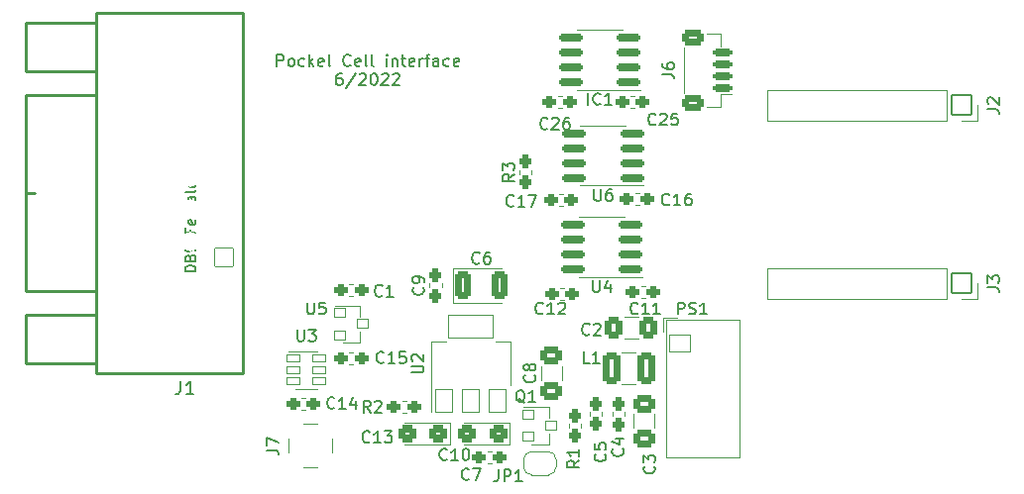
<source format=gbr>
%TF.GenerationSoftware,KiCad,Pcbnew,(6.0.4-0)*%
%TF.CreationDate,2022-06-27T11:15:03-06:00*%
%TF.ProjectId,DAC_pockel,4441435f-706f-4636-9b65-6c2e6b696361,rev?*%
%TF.SameCoordinates,Original*%
%TF.FileFunction,Legend,Top*%
%TF.FilePolarity,Positive*%
%FSLAX46Y46*%
G04 Gerber Fmt 4.6, Leading zero omitted, Abs format (unit mm)*
G04 Created by KiCad (PCBNEW (6.0.4-0)) date 2022-06-27 11:15:03*
%MOMM*%
%LPD*%
G01*
G04 APERTURE LIST*
G04 Aperture macros list*
%AMRoundRect*
0 Rectangle with rounded corners*
0 $1 Rounding radius*
0 $2 $3 $4 $5 $6 $7 $8 $9 X,Y pos of 4 corners*
0 Add a 4 corners polygon primitive as box body*
4,1,4,$2,$3,$4,$5,$6,$7,$8,$9,$2,$3,0*
0 Add four circle primitives for the rounded corners*
1,1,$1+$1,$2,$3*
1,1,$1+$1,$4,$5*
1,1,$1+$1,$6,$7*
1,1,$1+$1,$8,$9*
0 Add four rect primitives between the rounded corners*
20,1,$1+$1,$2,$3,$4,$5,0*
20,1,$1+$1,$4,$5,$6,$7,0*
20,1,$1+$1,$6,$7,$8,$9,0*
20,1,$1+$1,$8,$9,$2,$3,0*%
%AMFreePoly0*
4,1,37,0.012349,0.795885,0.074216,0.795507,0.088518,0.793370,0.224339,0.752751,0.237465,0.746685,0.356427,0.669578,0.367324,0.660073,0.459862,0.552676,0.467652,0.540494,0.526329,0.411442,0.530388,0.397563,0.550485,0.257230,0.551000,0.250000,0.551000,-0.250000,0.550996,-0.250622,0.550847,-0.262838,0.550144,-0.270677,0.526624,-0.410478,0.522228,-0.424254,0.460416,-0.551833,
0.452330,-0.563821,0.357195,-0.668925,0.346069,-0.678161,0.225259,-0.752338,0.211989,-0.758081,0.075216,-0.795370,0.060866,-0.797157,0.011464,-0.796251,0.000000,-0.801000,-0.500000,-0.801000,-0.536062,-0.786062,-0.551000,-0.750000,-0.551000,0.750000,-0.536062,0.786062,-0.500000,0.801000,0.000000,0.801000,0.012349,0.795885,0.012349,0.795885,$1*%
%AMFreePoly1*
4,1,37,0.536062,0.786062,0.551000,0.750000,0.551000,-0.750000,0.536062,-0.786062,0.500000,-0.801000,0.000000,-0.801000,-0.012525,-0.795812,-0.080875,-0.794559,-0.095149,-0.792248,-0.230464,-0.749973,-0.243516,-0.743747,-0.361526,-0.665192,-0.372306,-0.655554,-0.463526,-0.547035,-0.471167,-0.534759,-0.528262,-0.405000,-0.532150,-0.391073,-0.549733,-0.256613,-0.548336,-0.256430,-0.551000,-0.250000,
-0.551000,0.250000,-0.550512,0.251179,-0.550356,0.263956,-0.528545,0.404033,-0.524317,0.417860,-0.464069,0.546185,-0.456130,0.558271,-0.362286,0.664529,-0.351274,0.673901,-0.231379,0.749549,-0.218180,0.755454,-0.081873,0.794411,-0.067546,0.796373,-0.011990,0.796033,0.000000,0.801000,0.500000,0.801000,0.536062,0.786062,0.536062,0.786062,$1*%
G04 Aperture macros list end*
%ADD10C,0.150000*%
%ADD11C,0.152000*%
%ADD12C,0.127000*%
%ADD13C,0.254000*%
%ADD14C,0.120000*%
%ADD15C,5.102000*%
%ADD16C,1.677000*%
%ADD17RoundRect,0.051000X-0.787500X0.787500X-0.787500X-0.787500X0.787500X-0.787500X0.787500X0.787500X0*%
%ADD18RoundRect,0.301000X0.650000X-0.350000X0.650000X0.350000X-0.650000X0.350000X-0.650000X-0.350000X0*%
%ADD19RoundRect,0.201000X0.625000X-0.150000X0.625000X0.150000X-0.625000X0.150000X-0.625000X-0.150000X0*%
%ADD20RoundRect,0.288500X0.237500X-0.287500X0.237500X0.287500X-0.237500X0.287500X-0.237500X-0.287500X0*%
%ADD21RoundRect,0.288500X-0.287500X-0.237500X0.287500X-0.237500X0.287500X0.237500X-0.287500X0.237500X0*%
%ADD22RoundRect,0.201000X0.825000X0.150000X-0.825000X0.150000X-0.825000X-0.150000X0.825000X-0.150000X0*%
%ADD23O,1.802000X1.802000*%
%ADD24RoundRect,0.051000X-0.850000X0.850000X-0.850000X-0.850000X0.850000X-0.850000X0.850000X0.850000X0*%
%ADD25RoundRect,0.051000X-0.450000X-0.400000X0.450000X-0.400000X0.450000X0.400000X-0.450000X0.400000X0*%
%ADD26RoundRect,0.051000X-0.530000X-0.325000X0.530000X-0.325000X0.530000X0.325000X-0.530000X0.325000X0*%
%ADD27RoundRect,0.301000X-0.412500X-0.925000X0.412500X-0.925000X0.412500X0.925000X-0.412500X0.925000X0*%
%ADD28RoundRect,0.051000X0.750000X-1.000000X0.750000X1.000000X-0.750000X1.000000X-0.750000X-1.000000X0*%
%ADD29RoundRect,0.051000X1.900000X-1.000000X1.900000X1.000000X-1.900000X1.000000X-1.900000X-1.000000X0*%
%ADD30RoundRect,0.288500X0.287500X0.237500X-0.287500X0.237500X-0.287500X-0.237500X0.287500X-0.237500X0*%
%ADD31RoundRect,0.301000X0.450000X0.425000X-0.450000X0.425000X-0.450000X-0.425000X0.450000X-0.425000X0*%
%ADD32RoundRect,0.301001X0.624999X-0.462499X0.624999X0.462499X-0.624999X0.462499X-0.624999X-0.462499X0*%
%ADD33RoundRect,0.051000X-0.900000X0.700000X-0.900000X-0.700000X0.900000X-0.700000X0.900000X0.700000X0*%
%ADD34O,1.902000X1.502000*%
%ADD35RoundRect,0.301001X0.462499X1.074999X-0.462499X1.074999X-0.462499X-1.074999X0.462499X-1.074999X0*%
%ADD36FreePoly0,180.000000*%
%ADD37FreePoly1,180.000000*%
%ADD38C,1.342000*%
%ADD39RoundRect,0.288500X-0.237500X0.287500X-0.237500X-0.287500X0.237500X-0.287500X0.237500X0.287500X0*%
%ADD40RoundRect,0.301001X-0.462499X-0.624999X0.462499X-0.624999X0.462499X0.624999X-0.462499X0.624999X0*%
G04 APERTURE END LIST*
D10*
X103538095Y-57647380D02*
X103538095Y-56647380D01*
X103919047Y-56647380D01*
X104014285Y-56695000D01*
X104061904Y-56742619D01*
X104109523Y-56837857D01*
X104109523Y-56980714D01*
X104061904Y-57075952D01*
X104014285Y-57123571D01*
X103919047Y-57171190D01*
X103538095Y-57171190D01*
X104680952Y-57647380D02*
X104585714Y-57599761D01*
X104538095Y-57552142D01*
X104490476Y-57456904D01*
X104490476Y-57171190D01*
X104538095Y-57075952D01*
X104585714Y-57028333D01*
X104680952Y-56980714D01*
X104823809Y-56980714D01*
X104919047Y-57028333D01*
X104966666Y-57075952D01*
X105014285Y-57171190D01*
X105014285Y-57456904D01*
X104966666Y-57552142D01*
X104919047Y-57599761D01*
X104823809Y-57647380D01*
X104680952Y-57647380D01*
X105871428Y-57599761D02*
X105776190Y-57647380D01*
X105585714Y-57647380D01*
X105490476Y-57599761D01*
X105442857Y-57552142D01*
X105395238Y-57456904D01*
X105395238Y-57171190D01*
X105442857Y-57075952D01*
X105490476Y-57028333D01*
X105585714Y-56980714D01*
X105776190Y-56980714D01*
X105871428Y-57028333D01*
X106300000Y-57647380D02*
X106300000Y-56647380D01*
X106395238Y-57266428D02*
X106680952Y-57647380D01*
X106680952Y-56980714D02*
X106300000Y-57361666D01*
X107490476Y-57599761D02*
X107395238Y-57647380D01*
X107204761Y-57647380D01*
X107109523Y-57599761D01*
X107061904Y-57504523D01*
X107061904Y-57123571D01*
X107109523Y-57028333D01*
X107204761Y-56980714D01*
X107395238Y-56980714D01*
X107490476Y-57028333D01*
X107538095Y-57123571D01*
X107538095Y-57218809D01*
X107061904Y-57314047D01*
X108109523Y-57647380D02*
X108014285Y-57599761D01*
X107966666Y-57504523D01*
X107966666Y-56647380D01*
X109823809Y-57552142D02*
X109776190Y-57599761D01*
X109633333Y-57647380D01*
X109538095Y-57647380D01*
X109395238Y-57599761D01*
X109300000Y-57504523D01*
X109252380Y-57409285D01*
X109204761Y-57218809D01*
X109204761Y-57075952D01*
X109252380Y-56885476D01*
X109300000Y-56790238D01*
X109395238Y-56695000D01*
X109538095Y-56647380D01*
X109633333Y-56647380D01*
X109776190Y-56695000D01*
X109823809Y-56742619D01*
X110633333Y-57599761D02*
X110538095Y-57647380D01*
X110347619Y-57647380D01*
X110252380Y-57599761D01*
X110204761Y-57504523D01*
X110204761Y-57123571D01*
X110252380Y-57028333D01*
X110347619Y-56980714D01*
X110538095Y-56980714D01*
X110633333Y-57028333D01*
X110680952Y-57123571D01*
X110680952Y-57218809D01*
X110204761Y-57314047D01*
X111252380Y-57647380D02*
X111157142Y-57599761D01*
X111109523Y-57504523D01*
X111109523Y-56647380D01*
X111776190Y-57647380D02*
X111680952Y-57599761D01*
X111633333Y-57504523D01*
X111633333Y-56647380D01*
X112919047Y-57647380D02*
X112919047Y-56980714D01*
X112919047Y-56647380D02*
X112871428Y-56695000D01*
X112919047Y-56742619D01*
X112966666Y-56695000D01*
X112919047Y-56647380D01*
X112919047Y-56742619D01*
X113395238Y-56980714D02*
X113395238Y-57647380D01*
X113395238Y-57075952D02*
X113442857Y-57028333D01*
X113538095Y-56980714D01*
X113680952Y-56980714D01*
X113776190Y-57028333D01*
X113823809Y-57123571D01*
X113823809Y-57647380D01*
X114157142Y-56980714D02*
X114538095Y-56980714D01*
X114300000Y-56647380D02*
X114300000Y-57504523D01*
X114347619Y-57599761D01*
X114442857Y-57647380D01*
X114538095Y-57647380D01*
X115252380Y-57599761D02*
X115157142Y-57647380D01*
X114966666Y-57647380D01*
X114871428Y-57599761D01*
X114823809Y-57504523D01*
X114823809Y-57123571D01*
X114871428Y-57028333D01*
X114966666Y-56980714D01*
X115157142Y-56980714D01*
X115252380Y-57028333D01*
X115300000Y-57123571D01*
X115300000Y-57218809D01*
X114823809Y-57314047D01*
X115728571Y-57647380D02*
X115728571Y-56980714D01*
X115728571Y-57171190D02*
X115776190Y-57075952D01*
X115823809Y-57028333D01*
X115919047Y-56980714D01*
X116014285Y-56980714D01*
X116204761Y-56980714D02*
X116585714Y-56980714D01*
X116347619Y-57647380D02*
X116347619Y-56790238D01*
X116395238Y-56695000D01*
X116490476Y-56647380D01*
X116585714Y-56647380D01*
X117347619Y-57647380D02*
X117347619Y-57123571D01*
X117300000Y-57028333D01*
X117204761Y-56980714D01*
X117014285Y-56980714D01*
X116919047Y-57028333D01*
X117347619Y-57599761D02*
X117252380Y-57647380D01*
X117014285Y-57647380D01*
X116919047Y-57599761D01*
X116871428Y-57504523D01*
X116871428Y-57409285D01*
X116919047Y-57314047D01*
X117014285Y-57266428D01*
X117252380Y-57266428D01*
X117347619Y-57218809D01*
X118252380Y-57599761D02*
X118157142Y-57647380D01*
X117966666Y-57647380D01*
X117871428Y-57599761D01*
X117823809Y-57552142D01*
X117776190Y-57456904D01*
X117776190Y-57171190D01*
X117823809Y-57075952D01*
X117871428Y-57028333D01*
X117966666Y-56980714D01*
X118157142Y-56980714D01*
X118252380Y-57028333D01*
X119061904Y-57599761D02*
X118966666Y-57647380D01*
X118776190Y-57647380D01*
X118680952Y-57599761D01*
X118633333Y-57504523D01*
X118633333Y-57123571D01*
X118680952Y-57028333D01*
X118776190Y-56980714D01*
X118966666Y-56980714D01*
X119061904Y-57028333D01*
X119109523Y-57123571D01*
X119109523Y-57218809D01*
X118633333Y-57314047D01*
X109061904Y-58257380D02*
X108871428Y-58257380D01*
X108776190Y-58305000D01*
X108728571Y-58352619D01*
X108633333Y-58495476D01*
X108585714Y-58685952D01*
X108585714Y-59066904D01*
X108633333Y-59162142D01*
X108680952Y-59209761D01*
X108776190Y-59257380D01*
X108966666Y-59257380D01*
X109061904Y-59209761D01*
X109109523Y-59162142D01*
X109157142Y-59066904D01*
X109157142Y-58828809D01*
X109109523Y-58733571D01*
X109061904Y-58685952D01*
X108966666Y-58638333D01*
X108776190Y-58638333D01*
X108680952Y-58685952D01*
X108633333Y-58733571D01*
X108585714Y-58828809D01*
X110300000Y-58209761D02*
X109442857Y-59495476D01*
X110585714Y-58352619D02*
X110633333Y-58305000D01*
X110728571Y-58257380D01*
X110966666Y-58257380D01*
X111061904Y-58305000D01*
X111109523Y-58352619D01*
X111157142Y-58447857D01*
X111157142Y-58543095D01*
X111109523Y-58685952D01*
X110538095Y-59257380D01*
X111157142Y-59257380D01*
X111776190Y-58257380D02*
X111871428Y-58257380D01*
X111966666Y-58305000D01*
X112014285Y-58352619D01*
X112061904Y-58447857D01*
X112109523Y-58638333D01*
X112109523Y-58876428D01*
X112061904Y-59066904D01*
X112014285Y-59162142D01*
X111966666Y-59209761D01*
X111871428Y-59257380D01*
X111776190Y-59257380D01*
X111680952Y-59209761D01*
X111633333Y-59162142D01*
X111585714Y-59066904D01*
X111538095Y-58876428D01*
X111538095Y-58638333D01*
X111585714Y-58447857D01*
X111633333Y-58352619D01*
X111680952Y-58305000D01*
X111776190Y-58257380D01*
X112490476Y-58352619D02*
X112538095Y-58305000D01*
X112633333Y-58257380D01*
X112871428Y-58257380D01*
X112966666Y-58305000D01*
X113014285Y-58352619D01*
X113061904Y-58447857D01*
X113061904Y-58543095D01*
X113014285Y-58685952D01*
X112442857Y-59257380D01*
X113061904Y-59257380D01*
X113442857Y-58352619D02*
X113490476Y-58305000D01*
X113585714Y-58257380D01*
X113823809Y-58257380D01*
X113919047Y-58305000D01*
X113966666Y-58352619D01*
X114014285Y-58447857D01*
X114014285Y-58543095D01*
X113966666Y-58685952D01*
X113395238Y-59257380D01*
X114014285Y-59257380D01*
D11*
%TO.C,J1*%
X95297514Y-84574071D02*
X95297514Y-85390500D01*
X95243085Y-85553785D01*
X95134228Y-85662642D01*
X94970942Y-85717071D01*
X94862085Y-85717071D01*
X96440514Y-85717071D02*
X95787371Y-85717071D01*
X96113942Y-85717071D02*
X96113942Y-84574071D01*
X96005085Y-84737357D01*
X95896228Y-84846214D01*
X95787371Y-84900642D01*
D12*
X96602166Y-75205783D02*
X95713166Y-75205783D01*
X95713166Y-74994116D01*
X95755500Y-74867116D01*
X95840166Y-74782450D01*
X95924833Y-74740116D01*
X96094166Y-74697783D01*
X96221166Y-74697783D01*
X96390500Y-74740116D01*
X96475166Y-74782450D01*
X96559833Y-74867116D01*
X96602166Y-74994116D01*
X96602166Y-75205783D01*
X96136500Y-74020450D02*
X96178833Y-73893450D01*
X96221166Y-73851116D01*
X96305833Y-73808783D01*
X96432833Y-73808783D01*
X96517500Y-73851116D01*
X96559833Y-73893450D01*
X96602166Y-73978116D01*
X96602166Y-74316783D01*
X95713166Y-74316783D01*
X95713166Y-74020450D01*
X95755500Y-73935783D01*
X95797833Y-73893450D01*
X95882500Y-73851116D01*
X95967166Y-73851116D01*
X96051833Y-73893450D01*
X96094166Y-73935783D01*
X96136500Y-74020450D01*
X96136500Y-74316783D01*
X96602166Y-73385450D02*
X96602166Y-73216116D01*
X96559833Y-73131450D01*
X96517500Y-73089116D01*
X96390500Y-73004450D01*
X96221166Y-72962116D01*
X95882500Y-72962116D01*
X95797833Y-73004450D01*
X95755500Y-73046783D01*
X95713166Y-73131450D01*
X95713166Y-73300783D01*
X95755500Y-73385450D01*
X95797833Y-73427783D01*
X95882500Y-73470116D01*
X96094166Y-73470116D01*
X96178833Y-73427783D01*
X96221166Y-73385450D01*
X96263500Y-73300783D01*
X96263500Y-73131450D01*
X96221166Y-73046783D01*
X96178833Y-73004450D01*
X96094166Y-72962116D01*
X96686833Y-72792783D02*
X96686833Y-72115450D01*
X96136500Y-71607450D02*
X96136500Y-71903783D01*
X96602166Y-71903783D02*
X95713166Y-71903783D01*
X95713166Y-71480450D01*
X96559833Y-70803116D02*
X96602166Y-70887783D01*
X96602166Y-71057116D01*
X96559833Y-71141783D01*
X96475166Y-71184116D01*
X96136500Y-71184116D01*
X96051833Y-71141783D01*
X96009500Y-71057116D01*
X96009500Y-70887783D01*
X96051833Y-70803116D01*
X96136500Y-70760783D01*
X96221166Y-70760783D01*
X96305833Y-71184116D01*
X96602166Y-70379783D02*
X96009500Y-70379783D01*
X96094166Y-70379783D02*
X96051833Y-70337450D01*
X96009500Y-70252783D01*
X96009500Y-70125783D01*
X96051833Y-70041116D01*
X96136500Y-69998783D01*
X96602166Y-69998783D01*
X96136500Y-69998783D02*
X96051833Y-69956450D01*
X96009500Y-69871783D01*
X96009500Y-69744783D01*
X96051833Y-69660116D01*
X96136500Y-69617783D01*
X96602166Y-69617783D01*
X96602166Y-68813450D02*
X96136500Y-68813450D01*
X96051833Y-68855783D01*
X96009500Y-68940450D01*
X96009500Y-69109783D01*
X96051833Y-69194450D01*
X96559833Y-68813450D02*
X96602166Y-68898116D01*
X96602166Y-69109783D01*
X96559833Y-69194450D01*
X96475166Y-69236783D01*
X96390500Y-69236783D01*
X96305833Y-69194450D01*
X96263500Y-69109783D01*
X96263500Y-68898116D01*
X96221166Y-68813450D01*
X96602166Y-68263116D02*
X96559833Y-68347783D01*
X96475166Y-68390116D01*
X95713166Y-68390116D01*
X96559833Y-67585783D02*
X96602166Y-67670450D01*
X96602166Y-67839783D01*
X96559833Y-67924450D01*
X96475166Y-67966783D01*
X96136500Y-67966783D01*
X96051833Y-67924450D01*
X96009500Y-67839783D01*
X96009500Y-67670450D01*
X96051833Y-67585783D01*
X96136500Y-67543450D01*
X96221166Y-67543450D01*
X96305833Y-67966783D01*
D10*
%TO.C,J6*%
X136452380Y-58333333D02*
X137166666Y-58333333D01*
X137309523Y-58380952D01*
X137404761Y-58476190D01*
X137452380Y-58619047D01*
X137452380Y-58714285D01*
X136452380Y-57428571D02*
X136452380Y-57619047D01*
X136500000Y-57714285D01*
X136547619Y-57761904D01*
X136690476Y-57857142D01*
X136880952Y-57904761D01*
X137261904Y-57904761D01*
X137357142Y-57857142D01*
X137404761Y-57809523D01*
X137452380Y-57714285D01*
X137452380Y-57523809D01*
X137404761Y-57428571D01*
X137357142Y-57380952D01*
X137261904Y-57333333D01*
X137023809Y-57333333D01*
X136928571Y-57380952D01*
X136880952Y-57428571D01*
X136833333Y-57523809D01*
X136833333Y-57714285D01*
X136880952Y-57809523D01*
X136928571Y-57857142D01*
X137023809Y-57904761D01*
%TO.C,R3*%
X123822380Y-66866666D02*
X123346190Y-67200000D01*
X123822380Y-67438095D02*
X122822380Y-67438095D01*
X122822380Y-67057142D01*
X122870000Y-66961904D01*
X122917619Y-66914285D01*
X123012857Y-66866666D01*
X123155714Y-66866666D01*
X123250952Y-66914285D01*
X123298571Y-66961904D01*
X123346190Y-67057142D01*
X123346190Y-67438095D01*
X122822380Y-66533333D02*
X122822380Y-65914285D01*
X123203333Y-66247619D01*
X123203333Y-66104761D01*
X123250952Y-66009523D01*
X123298571Y-65961904D01*
X123393809Y-65914285D01*
X123631904Y-65914285D01*
X123727142Y-65961904D01*
X123774761Y-66009523D01*
X123822380Y-66104761D01*
X123822380Y-66390476D01*
X123774761Y-66485714D01*
X123727142Y-66533333D01*
%TO.C,C16*%
X137057142Y-69457142D02*
X137009523Y-69504761D01*
X136866666Y-69552380D01*
X136771428Y-69552380D01*
X136628571Y-69504761D01*
X136533333Y-69409523D01*
X136485714Y-69314285D01*
X136438095Y-69123809D01*
X136438095Y-68980952D01*
X136485714Y-68790476D01*
X136533333Y-68695238D01*
X136628571Y-68600000D01*
X136771428Y-68552380D01*
X136866666Y-68552380D01*
X137009523Y-68600000D01*
X137057142Y-68647619D01*
X138009523Y-69552380D02*
X137438095Y-69552380D01*
X137723809Y-69552380D02*
X137723809Y-68552380D01*
X137628571Y-68695238D01*
X137533333Y-68790476D01*
X137438095Y-68838095D01*
X138866666Y-68552380D02*
X138676190Y-68552380D01*
X138580952Y-68600000D01*
X138533333Y-68647619D01*
X138438095Y-68790476D01*
X138390476Y-68980952D01*
X138390476Y-69361904D01*
X138438095Y-69457142D01*
X138485714Y-69504761D01*
X138580952Y-69552380D01*
X138771428Y-69552380D01*
X138866666Y-69504761D01*
X138914285Y-69457142D01*
X138961904Y-69361904D01*
X138961904Y-69123809D01*
X138914285Y-69028571D01*
X138866666Y-68980952D01*
X138771428Y-68933333D01*
X138580952Y-68933333D01*
X138485714Y-68980952D01*
X138438095Y-69028571D01*
X138390476Y-69123809D01*
%TO.C,U6*%
X130638095Y-68152380D02*
X130638095Y-68961904D01*
X130685714Y-69057142D01*
X130733333Y-69104761D01*
X130828571Y-69152380D01*
X131019047Y-69152380D01*
X131114285Y-69104761D01*
X131161904Y-69057142D01*
X131209523Y-68961904D01*
X131209523Y-68152380D01*
X132114285Y-68152380D02*
X131923809Y-68152380D01*
X131828571Y-68200000D01*
X131780952Y-68247619D01*
X131685714Y-68390476D01*
X131638095Y-68580952D01*
X131638095Y-68961904D01*
X131685714Y-69057142D01*
X131733333Y-69104761D01*
X131828571Y-69152380D01*
X132019047Y-69152380D01*
X132114285Y-69104761D01*
X132161904Y-69057142D01*
X132209523Y-68961904D01*
X132209523Y-68723809D01*
X132161904Y-68628571D01*
X132114285Y-68580952D01*
X132019047Y-68533333D01*
X131828571Y-68533333D01*
X131733333Y-68580952D01*
X131685714Y-68628571D01*
X131638095Y-68723809D01*
%TO.C,J3*%
X164222380Y-76553333D02*
X164936666Y-76553333D01*
X165079523Y-76600952D01*
X165174761Y-76696190D01*
X165222380Y-76839047D01*
X165222380Y-76934285D01*
X164222380Y-76172380D02*
X164222380Y-75553333D01*
X164603333Y-75886666D01*
X164603333Y-75743809D01*
X164650952Y-75648571D01*
X164698571Y-75600952D01*
X164793809Y-75553333D01*
X165031904Y-75553333D01*
X165127142Y-75600952D01*
X165174761Y-75648571D01*
X165222380Y-75743809D01*
X165222380Y-76029523D01*
X165174761Y-76124761D01*
X165127142Y-76172380D01*
%TO.C,J2*%
X164222380Y-61313333D02*
X164936666Y-61313333D01*
X165079523Y-61360952D01*
X165174761Y-61456190D01*
X165222380Y-61599047D01*
X165222380Y-61694285D01*
X164317619Y-60884761D02*
X164270000Y-60837142D01*
X164222380Y-60741904D01*
X164222380Y-60503809D01*
X164270000Y-60408571D01*
X164317619Y-60360952D01*
X164412857Y-60313333D01*
X164508095Y-60313333D01*
X164650952Y-60360952D01*
X165222380Y-60932380D01*
X165222380Y-60313333D01*
%TO.C,IC1*%
X130123809Y-60952380D02*
X130123809Y-59952380D01*
X131171428Y-60857142D02*
X131123809Y-60904761D01*
X130980952Y-60952380D01*
X130885714Y-60952380D01*
X130742857Y-60904761D01*
X130647619Y-60809523D01*
X130600000Y-60714285D01*
X130552380Y-60523809D01*
X130552380Y-60380952D01*
X130600000Y-60190476D01*
X130647619Y-60095238D01*
X130742857Y-60000000D01*
X130885714Y-59952380D01*
X130980952Y-59952380D01*
X131123809Y-60000000D01*
X131171428Y-60047619D01*
X132123809Y-60952380D02*
X131552380Y-60952380D01*
X131838095Y-60952380D02*
X131838095Y-59952380D01*
X131742857Y-60095238D01*
X131647619Y-60190476D01*
X131552380Y-60238095D01*
%TO.C,C17*%
X123757142Y-69557142D02*
X123709523Y-69604761D01*
X123566666Y-69652380D01*
X123471428Y-69652380D01*
X123328571Y-69604761D01*
X123233333Y-69509523D01*
X123185714Y-69414285D01*
X123138095Y-69223809D01*
X123138095Y-69080952D01*
X123185714Y-68890476D01*
X123233333Y-68795238D01*
X123328571Y-68700000D01*
X123471428Y-68652380D01*
X123566666Y-68652380D01*
X123709523Y-68700000D01*
X123757142Y-68747619D01*
X124709523Y-69652380D02*
X124138095Y-69652380D01*
X124423809Y-69652380D02*
X124423809Y-68652380D01*
X124328571Y-68795238D01*
X124233333Y-68890476D01*
X124138095Y-68938095D01*
X125042857Y-68652380D02*
X125709523Y-68652380D01*
X125280952Y-69652380D01*
%TO.C,U5*%
X106138095Y-77852380D02*
X106138095Y-78661904D01*
X106185714Y-78757142D01*
X106233333Y-78804761D01*
X106328571Y-78852380D01*
X106519047Y-78852380D01*
X106614285Y-78804761D01*
X106661904Y-78757142D01*
X106709523Y-78661904D01*
X106709523Y-77852380D01*
X107661904Y-77852380D02*
X107185714Y-77852380D01*
X107138095Y-78328571D01*
X107185714Y-78280952D01*
X107280952Y-78233333D01*
X107519047Y-78233333D01*
X107614285Y-78280952D01*
X107661904Y-78328571D01*
X107709523Y-78423809D01*
X107709523Y-78661904D01*
X107661904Y-78757142D01*
X107614285Y-78804761D01*
X107519047Y-78852380D01*
X107280952Y-78852380D01*
X107185714Y-78804761D01*
X107138095Y-78757142D01*
%TO.C,U3*%
X105288095Y-80172380D02*
X105288095Y-80981904D01*
X105335714Y-81077142D01*
X105383333Y-81124761D01*
X105478571Y-81172380D01*
X105669047Y-81172380D01*
X105764285Y-81124761D01*
X105811904Y-81077142D01*
X105859523Y-80981904D01*
X105859523Y-80172380D01*
X106240476Y-80172380D02*
X106859523Y-80172380D01*
X106526190Y-80553333D01*
X106669047Y-80553333D01*
X106764285Y-80600952D01*
X106811904Y-80648571D01*
X106859523Y-80743809D01*
X106859523Y-80981904D01*
X106811904Y-81077142D01*
X106764285Y-81124761D01*
X106669047Y-81172380D01*
X106383333Y-81172380D01*
X106288095Y-81124761D01*
X106240476Y-81077142D01*
%TO.C,C15*%
X112657142Y-82957142D02*
X112609523Y-83004761D01*
X112466666Y-83052380D01*
X112371428Y-83052380D01*
X112228571Y-83004761D01*
X112133333Y-82909523D01*
X112085714Y-82814285D01*
X112038095Y-82623809D01*
X112038095Y-82480952D01*
X112085714Y-82290476D01*
X112133333Y-82195238D01*
X112228571Y-82100000D01*
X112371428Y-82052380D01*
X112466666Y-82052380D01*
X112609523Y-82100000D01*
X112657142Y-82147619D01*
X113609523Y-83052380D02*
X113038095Y-83052380D01*
X113323809Y-83052380D02*
X113323809Y-82052380D01*
X113228571Y-82195238D01*
X113133333Y-82290476D01*
X113038095Y-82338095D01*
X114514285Y-82052380D02*
X114038095Y-82052380D01*
X113990476Y-82528571D01*
X114038095Y-82480952D01*
X114133333Y-82433333D01*
X114371428Y-82433333D01*
X114466666Y-82480952D01*
X114514285Y-82528571D01*
X114561904Y-82623809D01*
X114561904Y-82861904D01*
X114514285Y-82957142D01*
X114466666Y-83004761D01*
X114371428Y-83052380D01*
X114133333Y-83052380D01*
X114038095Y-83004761D01*
X113990476Y-82957142D01*
%TO.C,C14*%
X108457142Y-86857142D02*
X108409523Y-86904761D01*
X108266666Y-86952380D01*
X108171428Y-86952380D01*
X108028571Y-86904761D01*
X107933333Y-86809523D01*
X107885714Y-86714285D01*
X107838095Y-86523809D01*
X107838095Y-86380952D01*
X107885714Y-86190476D01*
X107933333Y-86095238D01*
X108028571Y-86000000D01*
X108171428Y-85952380D01*
X108266666Y-85952380D01*
X108409523Y-86000000D01*
X108457142Y-86047619D01*
X109409523Y-86952380D02*
X108838095Y-86952380D01*
X109123809Y-86952380D02*
X109123809Y-85952380D01*
X109028571Y-86095238D01*
X108933333Y-86190476D01*
X108838095Y-86238095D01*
X110266666Y-86285714D02*
X110266666Y-86952380D01*
X110028571Y-85904761D02*
X109790476Y-86619047D01*
X110409523Y-86619047D01*
%TO.C,C9*%
X116027142Y-76566666D02*
X116074761Y-76614285D01*
X116122380Y-76757142D01*
X116122380Y-76852380D01*
X116074761Y-76995238D01*
X115979523Y-77090476D01*
X115884285Y-77138095D01*
X115693809Y-77185714D01*
X115550952Y-77185714D01*
X115360476Y-77138095D01*
X115265238Y-77090476D01*
X115170000Y-76995238D01*
X115122380Y-76852380D01*
X115122380Y-76757142D01*
X115170000Y-76614285D01*
X115217619Y-76566666D01*
X116122380Y-76090476D02*
X116122380Y-75900000D01*
X116074761Y-75804761D01*
X116027142Y-75757142D01*
X115884285Y-75661904D01*
X115693809Y-75614285D01*
X115312857Y-75614285D01*
X115217619Y-75661904D01*
X115170000Y-75709523D01*
X115122380Y-75804761D01*
X115122380Y-75995238D01*
X115170000Y-76090476D01*
X115217619Y-76138095D01*
X115312857Y-76185714D01*
X115550952Y-76185714D01*
X115646190Y-76138095D01*
X115693809Y-76090476D01*
X115741428Y-75995238D01*
X115741428Y-75804761D01*
X115693809Y-75709523D01*
X115646190Y-75661904D01*
X115550952Y-75614285D01*
%TO.C,C6*%
X120833333Y-74457142D02*
X120785714Y-74504761D01*
X120642857Y-74552380D01*
X120547619Y-74552380D01*
X120404761Y-74504761D01*
X120309523Y-74409523D01*
X120261904Y-74314285D01*
X120214285Y-74123809D01*
X120214285Y-73980952D01*
X120261904Y-73790476D01*
X120309523Y-73695238D01*
X120404761Y-73600000D01*
X120547619Y-73552380D01*
X120642857Y-73552380D01*
X120785714Y-73600000D01*
X120833333Y-73647619D01*
X121690476Y-73552380D02*
X121500000Y-73552380D01*
X121404761Y-73600000D01*
X121357142Y-73647619D01*
X121261904Y-73790476D01*
X121214285Y-73980952D01*
X121214285Y-74361904D01*
X121261904Y-74457142D01*
X121309523Y-74504761D01*
X121404761Y-74552380D01*
X121595238Y-74552380D01*
X121690476Y-74504761D01*
X121738095Y-74457142D01*
X121785714Y-74361904D01*
X121785714Y-74123809D01*
X121738095Y-74028571D01*
X121690476Y-73980952D01*
X121595238Y-73933333D01*
X121404761Y-73933333D01*
X121309523Y-73980952D01*
X121261904Y-74028571D01*
X121214285Y-74123809D01*
%TO.C,U2*%
X115052380Y-83861904D02*
X115861904Y-83861904D01*
X115957142Y-83814285D01*
X116004761Y-83766666D01*
X116052380Y-83671428D01*
X116052380Y-83480952D01*
X116004761Y-83385714D01*
X115957142Y-83338095D01*
X115861904Y-83290476D01*
X115052380Y-83290476D01*
X115147619Y-82861904D02*
X115100000Y-82814285D01*
X115052380Y-82719047D01*
X115052380Y-82480952D01*
X115100000Y-82385714D01*
X115147619Y-82338095D01*
X115242857Y-82290476D01*
X115338095Y-82290476D01*
X115480952Y-82338095D01*
X116052380Y-82909523D01*
X116052380Y-82290476D01*
%TO.C,R2*%
X111533333Y-87252380D02*
X111200000Y-86776190D01*
X110961904Y-87252380D02*
X110961904Y-86252380D01*
X111342857Y-86252380D01*
X111438095Y-86300000D01*
X111485714Y-86347619D01*
X111533333Y-86442857D01*
X111533333Y-86585714D01*
X111485714Y-86680952D01*
X111438095Y-86728571D01*
X111342857Y-86776190D01*
X110961904Y-86776190D01*
X111914285Y-86347619D02*
X111961904Y-86300000D01*
X112057142Y-86252380D01*
X112295238Y-86252380D01*
X112390476Y-86300000D01*
X112438095Y-86347619D01*
X112485714Y-86442857D01*
X112485714Y-86538095D01*
X112438095Y-86680952D01*
X111866666Y-87252380D01*
X112485714Y-87252380D01*
%TO.C,C13*%
X111457142Y-89757142D02*
X111409523Y-89804761D01*
X111266666Y-89852380D01*
X111171428Y-89852380D01*
X111028571Y-89804761D01*
X110933333Y-89709523D01*
X110885714Y-89614285D01*
X110838095Y-89423809D01*
X110838095Y-89280952D01*
X110885714Y-89090476D01*
X110933333Y-88995238D01*
X111028571Y-88900000D01*
X111171428Y-88852380D01*
X111266666Y-88852380D01*
X111409523Y-88900000D01*
X111457142Y-88947619D01*
X112409523Y-89852380D02*
X111838095Y-89852380D01*
X112123809Y-89852380D02*
X112123809Y-88852380D01*
X112028571Y-88995238D01*
X111933333Y-89090476D01*
X111838095Y-89138095D01*
X112742857Y-88852380D02*
X113361904Y-88852380D01*
X113028571Y-89233333D01*
X113171428Y-89233333D01*
X113266666Y-89280952D01*
X113314285Y-89328571D01*
X113361904Y-89423809D01*
X113361904Y-89661904D01*
X113314285Y-89757142D01*
X113266666Y-89804761D01*
X113171428Y-89852380D01*
X112885714Y-89852380D01*
X112790476Y-89804761D01*
X112742857Y-89757142D01*
%TO.C,C10*%
X118057142Y-91257142D02*
X118009523Y-91304761D01*
X117866666Y-91352380D01*
X117771428Y-91352380D01*
X117628571Y-91304761D01*
X117533333Y-91209523D01*
X117485714Y-91114285D01*
X117438095Y-90923809D01*
X117438095Y-90780952D01*
X117485714Y-90590476D01*
X117533333Y-90495238D01*
X117628571Y-90400000D01*
X117771428Y-90352380D01*
X117866666Y-90352380D01*
X118009523Y-90400000D01*
X118057142Y-90447619D01*
X119009523Y-91352380D02*
X118438095Y-91352380D01*
X118723809Y-91352380D02*
X118723809Y-90352380D01*
X118628571Y-90495238D01*
X118533333Y-90590476D01*
X118438095Y-90638095D01*
X119628571Y-90352380D02*
X119723809Y-90352380D01*
X119819047Y-90400000D01*
X119866666Y-90447619D01*
X119914285Y-90542857D01*
X119961904Y-90733333D01*
X119961904Y-90971428D01*
X119914285Y-91161904D01*
X119866666Y-91257142D01*
X119819047Y-91304761D01*
X119723809Y-91352380D01*
X119628571Y-91352380D01*
X119533333Y-91304761D01*
X119485714Y-91257142D01*
X119438095Y-91161904D01*
X119390476Y-90971428D01*
X119390476Y-90733333D01*
X119438095Y-90542857D01*
X119485714Y-90447619D01*
X119533333Y-90400000D01*
X119628571Y-90352380D01*
%TO.C,C8*%
X125537142Y-84066666D02*
X125584761Y-84114285D01*
X125632380Y-84257142D01*
X125632380Y-84352380D01*
X125584761Y-84495238D01*
X125489523Y-84590476D01*
X125394285Y-84638095D01*
X125203809Y-84685714D01*
X125060952Y-84685714D01*
X124870476Y-84638095D01*
X124775238Y-84590476D01*
X124680000Y-84495238D01*
X124632380Y-84352380D01*
X124632380Y-84257142D01*
X124680000Y-84114285D01*
X124727619Y-84066666D01*
X125060952Y-83495238D02*
X125013333Y-83590476D01*
X124965714Y-83638095D01*
X124870476Y-83685714D01*
X124822857Y-83685714D01*
X124727619Y-83638095D01*
X124680000Y-83590476D01*
X124632380Y-83495238D01*
X124632380Y-83304761D01*
X124680000Y-83209523D01*
X124727619Y-83161904D01*
X124822857Y-83114285D01*
X124870476Y-83114285D01*
X124965714Y-83161904D01*
X125013333Y-83209523D01*
X125060952Y-83304761D01*
X125060952Y-83495238D01*
X125108571Y-83590476D01*
X125156190Y-83638095D01*
X125251428Y-83685714D01*
X125441904Y-83685714D01*
X125537142Y-83638095D01*
X125584761Y-83590476D01*
X125632380Y-83495238D01*
X125632380Y-83304761D01*
X125584761Y-83209523D01*
X125537142Y-83161904D01*
X125441904Y-83114285D01*
X125251428Y-83114285D01*
X125156190Y-83161904D01*
X125108571Y-83209523D01*
X125060952Y-83304761D01*
%TO.C,U4*%
X130538095Y-75952380D02*
X130538095Y-76761904D01*
X130585714Y-76857142D01*
X130633333Y-76904761D01*
X130728571Y-76952380D01*
X130919047Y-76952380D01*
X131014285Y-76904761D01*
X131061904Y-76857142D01*
X131109523Y-76761904D01*
X131109523Y-75952380D01*
X132014285Y-76285714D02*
X132014285Y-76952380D01*
X131776190Y-75904761D02*
X131538095Y-76619047D01*
X132157142Y-76619047D01*
%TO.C,C12*%
X126257142Y-78757142D02*
X126209523Y-78804761D01*
X126066666Y-78852380D01*
X125971428Y-78852380D01*
X125828571Y-78804761D01*
X125733333Y-78709523D01*
X125685714Y-78614285D01*
X125638095Y-78423809D01*
X125638095Y-78280952D01*
X125685714Y-78090476D01*
X125733333Y-77995238D01*
X125828571Y-77900000D01*
X125971428Y-77852380D01*
X126066666Y-77852380D01*
X126209523Y-77900000D01*
X126257142Y-77947619D01*
X127209523Y-78852380D02*
X126638095Y-78852380D01*
X126923809Y-78852380D02*
X126923809Y-77852380D01*
X126828571Y-77995238D01*
X126733333Y-78090476D01*
X126638095Y-78138095D01*
X127590476Y-77947619D02*
X127638095Y-77900000D01*
X127733333Y-77852380D01*
X127971428Y-77852380D01*
X128066666Y-77900000D01*
X128114285Y-77947619D01*
X128161904Y-78042857D01*
X128161904Y-78138095D01*
X128114285Y-78280952D01*
X127542857Y-78852380D01*
X128161904Y-78852380D01*
%TO.C,C11*%
X134357142Y-78757142D02*
X134309523Y-78804761D01*
X134166666Y-78852380D01*
X134071428Y-78852380D01*
X133928571Y-78804761D01*
X133833333Y-78709523D01*
X133785714Y-78614285D01*
X133738095Y-78423809D01*
X133738095Y-78280952D01*
X133785714Y-78090476D01*
X133833333Y-77995238D01*
X133928571Y-77900000D01*
X134071428Y-77852380D01*
X134166666Y-77852380D01*
X134309523Y-77900000D01*
X134357142Y-77947619D01*
X135309523Y-78852380D02*
X134738095Y-78852380D01*
X135023809Y-78852380D02*
X135023809Y-77852380D01*
X134928571Y-77995238D01*
X134833333Y-78090476D01*
X134738095Y-78138095D01*
X136261904Y-78852380D02*
X135690476Y-78852380D01*
X135976190Y-78852380D02*
X135976190Y-77852380D01*
X135880952Y-77995238D01*
X135785714Y-78090476D01*
X135690476Y-78138095D01*
%TO.C,C26*%
X126657142Y-62957142D02*
X126609523Y-63004761D01*
X126466666Y-63052380D01*
X126371428Y-63052380D01*
X126228571Y-63004761D01*
X126133333Y-62909523D01*
X126085714Y-62814285D01*
X126038095Y-62623809D01*
X126038095Y-62480952D01*
X126085714Y-62290476D01*
X126133333Y-62195238D01*
X126228571Y-62100000D01*
X126371428Y-62052380D01*
X126466666Y-62052380D01*
X126609523Y-62100000D01*
X126657142Y-62147619D01*
X127038095Y-62147619D02*
X127085714Y-62100000D01*
X127180952Y-62052380D01*
X127419047Y-62052380D01*
X127514285Y-62100000D01*
X127561904Y-62147619D01*
X127609523Y-62242857D01*
X127609523Y-62338095D01*
X127561904Y-62480952D01*
X126990476Y-63052380D01*
X127609523Y-63052380D01*
X128466666Y-62052380D02*
X128276190Y-62052380D01*
X128180952Y-62100000D01*
X128133333Y-62147619D01*
X128038095Y-62290476D01*
X127990476Y-62480952D01*
X127990476Y-62861904D01*
X128038095Y-62957142D01*
X128085714Y-63004761D01*
X128180952Y-63052380D01*
X128371428Y-63052380D01*
X128466666Y-63004761D01*
X128514285Y-62957142D01*
X128561904Y-62861904D01*
X128561904Y-62623809D01*
X128514285Y-62528571D01*
X128466666Y-62480952D01*
X128371428Y-62433333D01*
X128180952Y-62433333D01*
X128085714Y-62480952D01*
X128038095Y-62528571D01*
X127990476Y-62623809D01*
%TO.C,C25*%
X135882142Y-62587142D02*
X135834523Y-62634761D01*
X135691666Y-62682380D01*
X135596428Y-62682380D01*
X135453571Y-62634761D01*
X135358333Y-62539523D01*
X135310714Y-62444285D01*
X135263095Y-62253809D01*
X135263095Y-62110952D01*
X135310714Y-61920476D01*
X135358333Y-61825238D01*
X135453571Y-61730000D01*
X135596428Y-61682380D01*
X135691666Y-61682380D01*
X135834523Y-61730000D01*
X135882142Y-61777619D01*
X136263095Y-61777619D02*
X136310714Y-61730000D01*
X136405952Y-61682380D01*
X136644047Y-61682380D01*
X136739285Y-61730000D01*
X136786904Y-61777619D01*
X136834523Y-61872857D01*
X136834523Y-61968095D01*
X136786904Y-62110952D01*
X136215476Y-62682380D01*
X136834523Y-62682380D01*
X137739285Y-61682380D02*
X137263095Y-61682380D01*
X137215476Y-62158571D01*
X137263095Y-62110952D01*
X137358333Y-62063333D01*
X137596428Y-62063333D01*
X137691666Y-62110952D01*
X137739285Y-62158571D01*
X137786904Y-62253809D01*
X137786904Y-62491904D01*
X137739285Y-62587142D01*
X137691666Y-62634761D01*
X137596428Y-62682380D01*
X137358333Y-62682380D01*
X137263095Y-62634761D01*
X137215476Y-62587142D01*
%TO.C,R1*%
X129352380Y-91366666D02*
X128876190Y-91700000D01*
X129352380Y-91938095D02*
X128352380Y-91938095D01*
X128352380Y-91557142D01*
X128400000Y-91461904D01*
X128447619Y-91414285D01*
X128542857Y-91366666D01*
X128685714Y-91366666D01*
X128780952Y-91414285D01*
X128828571Y-91461904D01*
X128876190Y-91557142D01*
X128876190Y-91938095D01*
X129352380Y-90414285D02*
X129352380Y-90985714D01*
X129352380Y-90700000D02*
X128352380Y-90700000D01*
X128495238Y-90795238D01*
X128590476Y-90890476D01*
X128638095Y-90985714D01*
%TO.C,Q1*%
X124704761Y-86447619D02*
X124609523Y-86400000D01*
X124514285Y-86304761D01*
X124371428Y-86161904D01*
X124276190Y-86114285D01*
X124180952Y-86114285D01*
X124228571Y-86352380D02*
X124133333Y-86304761D01*
X124038095Y-86209523D01*
X123990476Y-86019047D01*
X123990476Y-85685714D01*
X124038095Y-85495238D01*
X124133333Y-85400000D01*
X124228571Y-85352380D01*
X124419047Y-85352380D01*
X124514285Y-85400000D01*
X124609523Y-85495238D01*
X124657142Y-85685714D01*
X124657142Y-86019047D01*
X124609523Y-86209523D01*
X124514285Y-86304761D01*
X124419047Y-86352380D01*
X124228571Y-86352380D01*
X125609523Y-86352380D02*
X125038095Y-86352380D01*
X125323809Y-86352380D02*
X125323809Y-85352380D01*
X125228571Y-85495238D01*
X125133333Y-85590476D01*
X125038095Y-85638095D01*
%TO.C,PS1*%
X137785714Y-78852380D02*
X137785714Y-77852380D01*
X138166666Y-77852380D01*
X138261904Y-77900000D01*
X138309523Y-77947619D01*
X138357142Y-78042857D01*
X138357142Y-78185714D01*
X138309523Y-78280952D01*
X138261904Y-78328571D01*
X138166666Y-78376190D01*
X137785714Y-78376190D01*
X138738095Y-78804761D02*
X138880952Y-78852380D01*
X139119047Y-78852380D01*
X139214285Y-78804761D01*
X139261904Y-78757142D01*
X139309523Y-78661904D01*
X139309523Y-78566666D01*
X139261904Y-78471428D01*
X139214285Y-78423809D01*
X139119047Y-78376190D01*
X138928571Y-78328571D01*
X138833333Y-78280952D01*
X138785714Y-78233333D01*
X138738095Y-78138095D01*
X138738095Y-78042857D01*
X138785714Y-77947619D01*
X138833333Y-77900000D01*
X138928571Y-77852380D01*
X139166666Y-77852380D01*
X139309523Y-77900000D01*
X140261904Y-78852380D02*
X139690476Y-78852380D01*
X139976190Y-78852380D02*
X139976190Y-77852380D01*
X139880952Y-77995238D01*
X139785714Y-78090476D01*
X139690476Y-78138095D01*
%TO.C,L1*%
X130233333Y-83052380D02*
X129757142Y-83052380D01*
X129757142Y-82052380D01*
X131090476Y-83052380D02*
X130519047Y-83052380D01*
X130804761Y-83052380D02*
X130804761Y-82052380D01*
X130709523Y-82195238D01*
X130614285Y-82290476D01*
X130519047Y-82338095D01*
%TO.C,JP1*%
X122466666Y-92152380D02*
X122466666Y-92866666D01*
X122419047Y-93009523D01*
X122323809Y-93104761D01*
X122180952Y-93152380D01*
X122085714Y-93152380D01*
X122942857Y-93152380D02*
X122942857Y-92152380D01*
X123323809Y-92152380D01*
X123419047Y-92200000D01*
X123466666Y-92247619D01*
X123514285Y-92342857D01*
X123514285Y-92485714D01*
X123466666Y-92580952D01*
X123419047Y-92628571D01*
X123323809Y-92676190D01*
X122942857Y-92676190D01*
X124466666Y-93152380D02*
X123895238Y-93152380D01*
X124180952Y-93152380D02*
X124180952Y-92152380D01*
X124085714Y-92295238D01*
X123990476Y-92390476D01*
X123895238Y-92438095D01*
%TO.C,J7*%
X102652380Y-90473333D02*
X103366666Y-90473333D01*
X103509523Y-90520952D01*
X103604761Y-90616190D01*
X103652380Y-90759047D01*
X103652380Y-90854285D01*
X102652380Y-90092380D02*
X102652380Y-89425714D01*
X103652380Y-89854285D01*
%TO.C,C7*%
X119933333Y-92957142D02*
X119885714Y-93004761D01*
X119742857Y-93052380D01*
X119647619Y-93052380D01*
X119504761Y-93004761D01*
X119409523Y-92909523D01*
X119361904Y-92814285D01*
X119314285Y-92623809D01*
X119314285Y-92480952D01*
X119361904Y-92290476D01*
X119409523Y-92195238D01*
X119504761Y-92100000D01*
X119647619Y-92052380D01*
X119742857Y-92052380D01*
X119885714Y-92100000D01*
X119933333Y-92147619D01*
X120266666Y-92052380D02*
X120933333Y-92052380D01*
X120504761Y-93052380D01*
%TO.C,C5*%
X131557142Y-90816666D02*
X131604761Y-90864285D01*
X131652380Y-91007142D01*
X131652380Y-91102380D01*
X131604761Y-91245238D01*
X131509523Y-91340476D01*
X131414285Y-91388095D01*
X131223809Y-91435714D01*
X131080952Y-91435714D01*
X130890476Y-91388095D01*
X130795238Y-91340476D01*
X130700000Y-91245238D01*
X130652380Y-91102380D01*
X130652380Y-91007142D01*
X130700000Y-90864285D01*
X130747619Y-90816666D01*
X130652380Y-89911904D02*
X130652380Y-90388095D01*
X131128571Y-90435714D01*
X131080952Y-90388095D01*
X131033333Y-90292857D01*
X131033333Y-90054761D01*
X131080952Y-89959523D01*
X131128571Y-89911904D01*
X131223809Y-89864285D01*
X131461904Y-89864285D01*
X131557142Y-89911904D01*
X131604761Y-89959523D01*
X131652380Y-90054761D01*
X131652380Y-90292857D01*
X131604761Y-90388095D01*
X131557142Y-90435714D01*
%TO.C,C4*%
X133057142Y-90366666D02*
X133104761Y-90414285D01*
X133152380Y-90557142D01*
X133152380Y-90652380D01*
X133104761Y-90795238D01*
X133009523Y-90890476D01*
X132914285Y-90938095D01*
X132723809Y-90985714D01*
X132580952Y-90985714D01*
X132390476Y-90938095D01*
X132295238Y-90890476D01*
X132200000Y-90795238D01*
X132152380Y-90652380D01*
X132152380Y-90557142D01*
X132200000Y-90414285D01*
X132247619Y-90366666D01*
X132485714Y-89509523D02*
X133152380Y-89509523D01*
X132104761Y-89747619D02*
X132819047Y-89985714D01*
X132819047Y-89366666D01*
%TO.C,C3*%
X135757142Y-91866666D02*
X135804761Y-91914285D01*
X135852380Y-92057142D01*
X135852380Y-92152380D01*
X135804761Y-92295238D01*
X135709523Y-92390476D01*
X135614285Y-92438095D01*
X135423809Y-92485714D01*
X135280952Y-92485714D01*
X135090476Y-92438095D01*
X134995238Y-92390476D01*
X134900000Y-92295238D01*
X134852380Y-92152380D01*
X134852380Y-92057142D01*
X134900000Y-91914285D01*
X134947619Y-91866666D01*
X134852380Y-91533333D02*
X134852380Y-90914285D01*
X135233333Y-91247619D01*
X135233333Y-91104761D01*
X135280952Y-91009523D01*
X135328571Y-90961904D01*
X135423809Y-90914285D01*
X135661904Y-90914285D01*
X135757142Y-90961904D01*
X135804761Y-91009523D01*
X135852380Y-91104761D01*
X135852380Y-91390476D01*
X135804761Y-91485714D01*
X135757142Y-91533333D01*
%TO.C,C2*%
X130233333Y-80557142D02*
X130185714Y-80604761D01*
X130042857Y-80652380D01*
X129947619Y-80652380D01*
X129804761Y-80604761D01*
X129709523Y-80509523D01*
X129661904Y-80414285D01*
X129614285Y-80223809D01*
X129614285Y-80080952D01*
X129661904Y-79890476D01*
X129709523Y-79795238D01*
X129804761Y-79700000D01*
X129947619Y-79652380D01*
X130042857Y-79652380D01*
X130185714Y-79700000D01*
X130233333Y-79747619D01*
X130614285Y-79747619D02*
X130661904Y-79700000D01*
X130757142Y-79652380D01*
X130995238Y-79652380D01*
X131090476Y-79700000D01*
X131138095Y-79747619D01*
X131185714Y-79842857D01*
X131185714Y-79938095D01*
X131138095Y-80080952D01*
X130566666Y-80652380D01*
X131185714Y-80652380D01*
%TO.C,C1*%
X112533333Y-77257142D02*
X112485714Y-77304761D01*
X112342857Y-77352380D01*
X112247619Y-77352380D01*
X112104761Y-77304761D01*
X112009523Y-77209523D01*
X111961904Y-77114285D01*
X111914285Y-76923809D01*
X111914285Y-76780952D01*
X111961904Y-76590476D01*
X112009523Y-76495238D01*
X112104761Y-76400000D01*
X112247619Y-76352380D01*
X112342857Y-76352380D01*
X112485714Y-76400000D01*
X112533333Y-76447619D01*
X113485714Y-77352380D02*
X112914285Y-77352380D01*
X113200000Y-77352380D02*
X113200000Y-76352380D01*
X113104761Y-76495238D01*
X113009523Y-76590476D01*
X112914285Y-76638095D01*
D13*
%TO.C,J1*%
X88100000Y-53930000D02*
X82100000Y-53930000D01*
X82100000Y-58070000D02*
X88100000Y-58070000D01*
X82100000Y-53960000D02*
X82100000Y-58070000D01*
X82100000Y-83070000D02*
X82100000Y-78960000D01*
X88100000Y-83070000D02*
X82100000Y-83070000D01*
X88100000Y-78930000D02*
X82100000Y-78930000D01*
X82100000Y-60120000D02*
X88100000Y-60120000D01*
X82100000Y-76870000D02*
X82100000Y-60120000D01*
X88100000Y-76870000D02*
X82100000Y-76870000D01*
X82820000Y-68495000D02*
X82120000Y-68495000D01*
X88100000Y-83900000D02*
X88100000Y-53100000D01*
X100600000Y-83900000D02*
X88100000Y-83900000D01*
X100600000Y-53100000D02*
X100600000Y-83900000D01*
X88100000Y-53100000D02*
X100600000Y-53100000D01*
D14*
%TO.C,J6*%
X138290000Y-59940000D02*
X138290000Y-56060000D01*
X141410000Y-54890000D02*
X141410000Y-55940000D01*
X140260000Y-54890000D02*
X141410000Y-54890000D01*
X141410000Y-60060000D02*
X142400000Y-60060000D01*
X141410000Y-61110000D02*
X141410000Y-60060000D01*
X140260000Y-61110000D02*
X141410000Y-61110000D01*
%TO.C,R3*%
X125310000Y-66871267D02*
X125310000Y-66528733D01*
X124290000Y-66871267D02*
X124290000Y-66528733D01*
%TO.C,C16*%
X134128733Y-69510000D02*
X134471267Y-69510000D01*
X134128733Y-68490000D02*
X134471267Y-68490000D01*
%TO.C,U6*%
X131400000Y-67860000D02*
X134850000Y-67860000D01*
X131400000Y-67860000D02*
X129450000Y-67860000D01*
X131400000Y-62740000D02*
X133350000Y-62740000D01*
X131400000Y-62740000D02*
X129450000Y-62740000D01*
%TO.C,J3*%
X163330000Y-76220000D02*
X163330000Y-77550000D01*
X163330000Y-77550000D02*
X162000000Y-77550000D01*
X160730000Y-77550000D02*
X145430000Y-77550000D01*
X145430000Y-74890000D02*
X145430000Y-77550000D01*
X160730000Y-74890000D02*
X145430000Y-74890000D01*
X160730000Y-74890000D02*
X160730000Y-77550000D01*
%TO.C,J2*%
X163330000Y-60980000D02*
X163330000Y-62310000D01*
X163330000Y-62310000D02*
X162000000Y-62310000D01*
X160730000Y-62310000D02*
X145430000Y-62310000D01*
X145430000Y-59650000D02*
X145430000Y-62310000D01*
X160730000Y-59650000D02*
X145430000Y-59650000D01*
X160730000Y-59650000D02*
X160730000Y-62310000D01*
%TO.C,IC1*%
X131100000Y-59660000D02*
X134550000Y-59660000D01*
X131100000Y-59660000D02*
X129150000Y-59660000D01*
X131100000Y-54540000D02*
X133050000Y-54540000D01*
X131100000Y-54540000D02*
X129150000Y-54540000D01*
%TO.C,C17*%
X127628733Y-69610000D02*
X127971267Y-69610000D01*
X127628733Y-68590000D02*
X127971267Y-68590000D01*
%TO.C,U5*%
X110660000Y-81280000D02*
X109200000Y-81280000D01*
X110660000Y-78120000D02*
X108500000Y-78120000D01*
X110660000Y-78120000D02*
X110660000Y-79050000D01*
X110660000Y-81280000D02*
X110660000Y-80350000D01*
%TO.C,U3*%
X106950000Y-82010000D02*
X104500000Y-82010000D01*
X105150000Y-85230000D02*
X106950000Y-85230000D01*
%TO.C,C15*%
X109728733Y-83110000D02*
X110071267Y-83110000D01*
X109728733Y-82090000D02*
X110071267Y-82090000D01*
%TO.C,C14*%
X105628733Y-87010000D02*
X105971267Y-87010000D01*
X105628733Y-85990000D02*
X105971267Y-85990000D01*
%TO.C,C9*%
X117610000Y-76571267D02*
X117610000Y-76228733D01*
X116590000Y-76571267D02*
X116590000Y-76228733D01*
%TO.C,C6*%
X118540000Y-77910000D02*
X122750000Y-77910000D01*
X118540000Y-74890000D02*
X118540000Y-77910000D01*
X122750000Y-74890000D02*
X118540000Y-74890000D01*
%TO.C,U2*%
X116690000Y-87200000D02*
X116690000Y-81190000D01*
X123510000Y-84950000D02*
X123510000Y-81190000D01*
X116690000Y-81190000D02*
X117950000Y-81190000D01*
X123510000Y-81190000D02*
X122250000Y-81190000D01*
%TO.C,R2*%
X114571267Y-87310000D02*
X114228733Y-87310000D01*
X114571267Y-86290000D02*
X114228733Y-86290000D01*
%TO.C,C13*%
X118310000Y-88165000D02*
X114400000Y-88165000D01*
X118310000Y-90035000D02*
X118310000Y-88165000D01*
X114400000Y-90035000D02*
X118310000Y-90035000D01*
%TO.C,C10*%
X123410000Y-88165000D02*
X119500000Y-88165000D01*
X123410000Y-90035000D02*
X123410000Y-88165000D01*
X119500000Y-90035000D02*
X123410000Y-90035000D01*
%TO.C,C8*%
X127910000Y-84502064D02*
X127910000Y-83297936D01*
X126090000Y-84502064D02*
X126090000Y-83297936D01*
%TO.C,U4*%
X131300000Y-75660000D02*
X134750000Y-75660000D01*
X131300000Y-75660000D02*
X129350000Y-75660000D01*
X131300000Y-70540000D02*
X133250000Y-70540000D01*
X131300000Y-70540000D02*
X129350000Y-70540000D01*
%TO.C,C12*%
X127728733Y-77610000D02*
X128071267Y-77610000D01*
X127728733Y-76590000D02*
X128071267Y-76590000D01*
%TO.C,C11*%
X134628733Y-77510000D02*
X134971267Y-77510000D01*
X134628733Y-76490000D02*
X134971267Y-76490000D01*
%TO.C,C26*%
X127528733Y-61210000D02*
X127871267Y-61210000D01*
X127528733Y-60190000D02*
X127871267Y-60190000D01*
%TO.C,C25*%
X133728733Y-61210000D02*
X134071267Y-61210000D01*
X133728733Y-60190000D02*
X134071267Y-60190000D01*
%TO.C,R1*%
X129510000Y-88571267D02*
X129510000Y-88228733D01*
X128490000Y-88571267D02*
X128490000Y-88228733D01*
%TO.C,Q1*%
X126760000Y-89980000D02*
X125300000Y-89980000D01*
X126760000Y-86820000D02*
X124600000Y-86820000D01*
X126760000Y-86820000D02*
X126760000Y-87750000D01*
X126760000Y-89980000D02*
X126760000Y-89050000D01*
%TO.C,PS1*%
X136550000Y-79130000D02*
X136550000Y-80330000D01*
X137750000Y-79130000D02*
X136550000Y-79130000D01*
X143090000Y-91100000D02*
X136750000Y-91100000D01*
X136750000Y-79330000D02*
X136750000Y-91100000D01*
X143090000Y-79330000D02*
X136750000Y-79330000D01*
X143090000Y-79330000D02*
X143090000Y-91100000D01*
%TO.C,L1*%
X134202064Y-82140000D02*
X132997936Y-82140000D01*
X134202064Y-84860000D02*
X132997936Y-84860000D01*
%TO.C,JP1*%
X126700000Y-92600000D02*
X125300000Y-92600000D01*
X124600000Y-91900000D02*
X124600000Y-91300000D01*
X125300000Y-90600000D02*
X126700000Y-90600000D01*
X127400000Y-91300000D02*
X127400000Y-91900000D01*
X126700000Y-92600000D02*
G75*
G03*
X127400000Y-91900000I0J700000D01*
G01*
X127400000Y-91300000D02*
G75*
G03*
X126700000Y-90600000I-700000J0D01*
G01*
X125300000Y-90600000D02*
G75*
G03*
X124600000Y-91300000I0J-700000D01*
G01*
X124600000Y-91900000D02*
G75*
G03*
X125300000Y-92600000I700000J0D01*
G01*
%TO.C,J7*%
X108270000Y-89480000D02*
X108270000Y-90720000D01*
X104530000Y-89480000D02*
X104530000Y-90720000D01*
X107020000Y-91970000D02*
X105780000Y-91970000D01*
X107020000Y-88230000D02*
X105780000Y-88230000D01*
%TO.C,C7*%
X121871267Y-90590000D02*
X121528733Y-90590000D01*
X121871267Y-91610000D02*
X121528733Y-91610000D01*
%TO.C,C5*%
X130290000Y-87203733D02*
X130290000Y-87546267D01*
X131310000Y-87203733D02*
X131310000Y-87546267D01*
%TO.C,C4*%
X132190000Y-87228733D02*
X132190000Y-87571267D01*
X133210000Y-87228733D02*
X133210000Y-87571267D01*
%TO.C,C3*%
X135810000Y-88602064D02*
X135810000Y-87397936D01*
X133990000Y-88602064D02*
X133990000Y-87397936D01*
%TO.C,C2*%
X133197936Y-80910000D02*
X134402064Y-80910000D01*
X133197936Y-79090000D02*
X134402064Y-79090000D01*
%TO.C,C1*%
X110071267Y-76290000D02*
X109728733Y-76290000D01*
X110071267Y-77310000D02*
X109728733Y-77310000D01*
%TD*%
%LPC*%
D15*
%TO.C,J1*%
X97600000Y-81000000D03*
D16*
X96180000Y-64360000D03*
X96180000Y-67120000D03*
X96180000Y-69880000D03*
X96180000Y-72640000D03*
X99020000Y-62980000D03*
X99020000Y-65740000D03*
X99020000Y-71260000D03*
D17*
X99020000Y-74020000D03*
D15*
X97600000Y-56000000D03*
D16*
X99020000Y-68500000D03*
%TD*%
D18*
%TO.C,J6*%
X139100000Y-55200000D03*
X139100000Y-60800000D03*
D19*
X141625000Y-56500000D03*
X141625000Y-57500000D03*
X141625000Y-58500000D03*
X141625000Y-59500000D03*
%TD*%
D20*
%TO.C,R3*%
X124800000Y-65825000D03*
X124800000Y-67575000D03*
%TD*%
D21*
%TO.C,C16*%
X135175000Y-69000000D03*
X133425000Y-69000000D03*
%TD*%
D22*
%TO.C,U6*%
X128925000Y-67205000D03*
X128925000Y-65935000D03*
X128925000Y-64665000D03*
X128925000Y-63395000D03*
X133875000Y-63395000D03*
X133875000Y-64665000D03*
X133875000Y-65935000D03*
X133875000Y-67205000D03*
%TD*%
D23*
%TO.C,J3*%
X146760000Y-76220000D03*
X149300000Y-76220000D03*
X151840000Y-76220000D03*
X154380000Y-76220000D03*
X156920000Y-76220000D03*
X159460000Y-76220000D03*
D24*
X162000000Y-76220000D03*
%TD*%
D23*
%TO.C,J2*%
X146760000Y-60980000D03*
X149300000Y-60980000D03*
X151840000Y-60980000D03*
X154380000Y-60980000D03*
X156920000Y-60980000D03*
X159460000Y-60980000D03*
D24*
X162000000Y-60980000D03*
%TD*%
D22*
%TO.C,IC1*%
X128625000Y-59005000D03*
X128625000Y-57735000D03*
X128625000Y-56465000D03*
X128625000Y-55195000D03*
X133575000Y-55195000D03*
X133575000Y-56465000D03*
X133575000Y-57735000D03*
X133575000Y-59005000D03*
%TD*%
D21*
%TO.C,C17*%
X128675000Y-69100000D03*
X126925000Y-69100000D03*
%TD*%
D25*
%TO.C,U5*%
X110900000Y-79700000D03*
X108900000Y-80650000D03*
X108900000Y-78750000D03*
%TD*%
D26*
%TO.C,U3*%
X107150000Y-83620000D03*
X107150000Y-82670000D03*
X107150000Y-84570000D03*
X104950000Y-84570000D03*
X104950000Y-83620000D03*
X104950000Y-82670000D03*
%TD*%
D21*
%TO.C,C15*%
X110775000Y-82600000D03*
X109025000Y-82600000D03*
%TD*%
%TO.C,C14*%
X106675000Y-86500000D03*
X104925000Y-86500000D03*
%TD*%
D20*
%TO.C,C9*%
X117100000Y-75525000D03*
X117100000Y-77275000D03*
%TD*%
D27*
%TO.C,C6*%
X122537500Y-76400000D03*
X119462500Y-76400000D03*
%TD*%
D28*
%TO.C,U2*%
X117800000Y-86250000D03*
X122400000Y-86250000D03*
X120100000Y-86250000D03*
D29*
X120100000Y-79950000D03*
%TD*%
D30*
%TO.C,R2*%
X115275000Y-86800000D03*
X113525000Y-86800000D03*
%TD*%
D31*
%TO.C,C13*%
X114650000Y-89100000D03*
X117350000Y-89100000D03*
%TD*%
%TO.C,C10*%
X119750000Y-89100000D03*
X122450000Y-89100000D03*
%TD*%
D32*
%TO.C,C8*%
X127000000Y-82412500D03*
X127000000Y-85387500D03*
%TD*%
D22*
%TO.C,U4*%
X128825000Y-75005000D03*
X128825000Y-73735000D03*
X128825000Y-72465000D03*
X128825000Y-71195000D03*
X133775000Y-71195000D03*
X133775000Y-72465000D03*
X133775000Y-73735000D03*
X133775000Y-75005000D03*
%TD*%
D21*
%TO.C,C12*%
X128775000Y-77100000D03*
X127025000Y-77100000D03*
%TD*%
%TO.C,C11*%
X135675000Y-77000000D03*
X133925000Y-77000000D03*
%TD*%
%TO.C,C26*%
X128575000Y-60700000D03*
X126825000Y-60700000D03*
%TD*%
%TO.C,C25*%
X134775000Y-60700000D03*
X133025000Y-60700000D03*
%TD*%
D20*
%TO.C,R1*%
X129000000Y-87525000D03*
X129000000Y-89275000D03*
%TD*%
D25*
%TO.C,Q1*%
X127000000Y-88400000D03*
X125000000Y-89350000D03*
X125000000Y-87450000D03*
%TD*%
D33*
%TO.C,PS1*%
X138000000Y-81400000D03*
D34*
X138000000Y-83940000D03*
X138000000Y-86480000D03*
X138000000Y-89020000D03*
%TD*%
D35*
%TO.C,L1*%
X132112500Y-83500000D03*
X135087500Y-83500000D03*
%TD*%
D36*
%TO.C,JP1*%
X125350000Y-91600000D03*
D37*
X126650000Y-91600000D03*
%TD*%
D38*
%TO.C,J7*%
X107670000Y-91370000D03*
X105130000Y-88830000D03*
X107670000Y-88830000D03*
X105130000Y-91370000D03*
X106400000Y-90100000D03*
%TD*%
D30*
%TO.C,C7*%
X120825000Y-91100000D03*
X122575000Y-91100000D03*
%TD*%
D39*
%TO.C,C5*%
X130800000Y-88250000D03*
X130800000Y-86500000D03*
%TD*%
%TO.C,C4*%
X132700000Y-88275000D03*
X132700000Y-86525000D03*
%TD*%
D32*
%TO.C,C3*%
X134900000Y-86512500D03*
X134900000Y-89487500D03*
%TD*%
D40*
%TO.C,C2*%
X135287500Y-80000000D03*
X132312500Y-80000000D03*
%TD*%
D30*
%TO.C,C1*%
X109025000Y-76800000D03*
X110775000Y-76800000D03*
%TD*%
M02*

</source>
